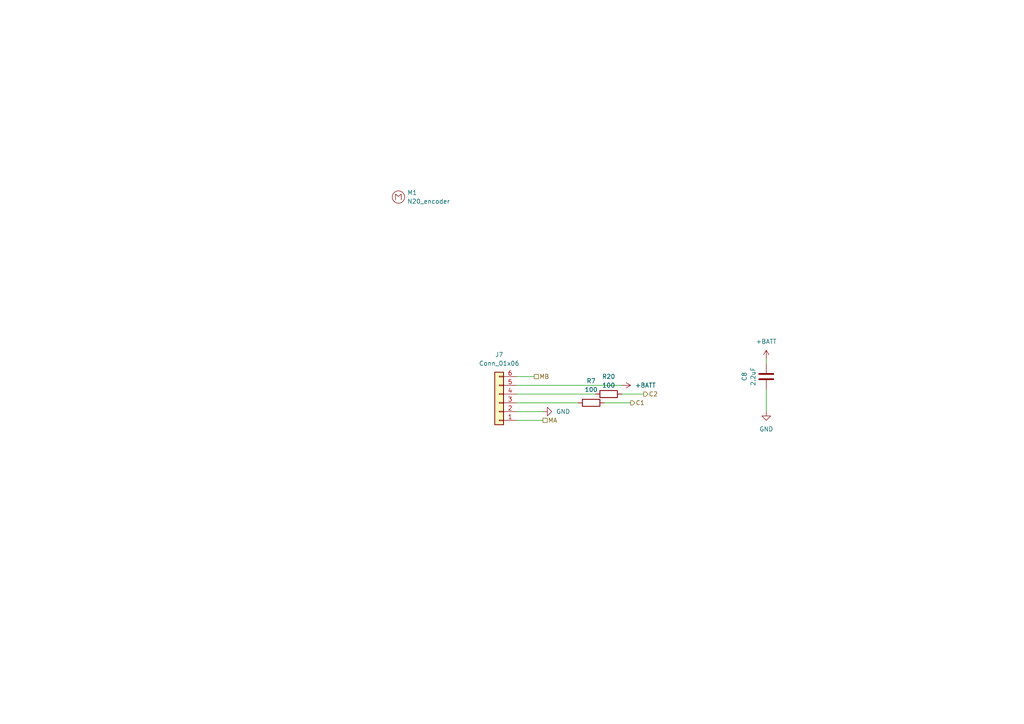
<source format=kicad_sch>
(kicad_sch (version 20230121) (generator eeschema)
  (paper "A4")
  (lib_symbols
    (symbol "Connector_Generic:Conn_01x06" (pin_names (offset 1.016) hide)
      (property "Reference" "J" (at 0 7.62 0))
      (property "Value" "Conn_01x06" (at 0 -10.16 0))
      (symbol "Conn_01x06_1_1"
        (rectangle (start -1.27 -7.493) (end 0 -7.747) (stroke (width 0.1524)))
        (rectangle (start -1.27 -4.953) (end 0 -5.207) (stroke (width 0.1524)))
        (rectangle (start -1.27 -2.413) (end 0 -2.667) (stroke (width 0.1524)))
        (rectangle (start -1.27 0.127) (end 0 -0.127) (stroke (width 0.1524)))
        (rectangle (start -1.27 2.667) (end 0 2.413) (stroke (width 0.1524)))
        (rectangle (start -1.27 5.207) (end 0 4.953) (stroke (width 0.1524)))
        (rectangle (start -1.27 6.35) (end 1.27 -8.89) (stroke (width 0.254)) (fill (type background)))
        (pin passive line (at -5.08 5.08 0) (length 3.81) (name "Pin_1") (number "1"))
        (pin passive line (at -5.08 2.54 0) (length 3.81) (name "Pin_2") (number "2"))
        (pin passive line (at -5.08 0 0) (length 3.81) (name "Pin_3") (number "3"))
        (pin passive line (at -5.08 -2.54 0) (length 3.81) (name "Pin_4") (number "4"))
        (pin passive line (at -5.08 -5.08 0) (length 3.81) (name "Pin_5") (number "5"))
        (pin passive line (at -5.08 -7.62 0) (length 3.81) (name "Pin_6") (number "6"))
      )
    )
    (symbol "Device:C" (pin_numbers hide) (pin_names (offset 0.254))
      (property "Reference" "C" (at 0.635 2.54 0))
      (property "Value" "C" (at 0.635 -2.54 0))
      (symbol "C_0_1"
        (polyline (pts (xy -2.032 -0.762) (xy 2.032 -0.762)) (stroke (width 0.508)))
        (polyline (pts (xy -2.032 0.762) (xy 2.032 0.762)) (stroke (width 0.508)))
      )
      (symbol "C_1_1"
        (pin passive line (at 0 3.81 270) (length 2.794) (name "~") (number "1"))
        (pin passive line (at 0 -3.81 90) (length 2.794) (name "~") (number "2"))
      )
    )
    (symbol "Device:R" (pin_numbers hide) (pin_names (offset 0))
      (property "Reference" "R" (at 2.032 0 90))
      (property "Value" "R" (at 0 0 90))
      (symbol "R_0_1"
        (rectangle (start -1.016 -2.54) (end 1.016 2.54) (stroke (width 0.254)))
      )
      (symbol "R_1_1"
        (pin passive line (at 0 3.81 270) (length 1.27) (name "~") (number "1"))
        (pin passive line (at 0 -3.81 90) (length 1.27) (name "~") (number "2"))
      )
    )
    (symbol "minimouse:N20_w_encoder"
      (property "Reference" "M" (at -8.89 1.27 0))
      (property "Value" "N20_encoder" (at 0 -2.54 0))
      (symbol "N20_w_encoder_0_1"
        (polyline (pts (xy -0.8636 -0.8128) (xy -0.8636 0.8636) (xy 0 0.1524) (xy 0.8128 0.8636) (xy 0.8128 -0.8128)))
        (circle (center 0 0) (radius 1.7961))
      )
    )
    (symbol "power:+BATT" (power) (pin_names (offset 0))
      (property "Value" "+BATT" (at 0 3.556 0))
      (symbol "+BATT_0_1"
        (polyline (pts (xy -0.762 1.27) (xy 0 2.54)))
        (polyline (pts (xy 0 0) (xy 0 2.54)))
        (polyline (pts (xy 0 2.54) (xy 0.762 1.27)))
      )
      (symbol "+BATT_1_1"
        (pin power_in line (at 0 0 90) (length 0) hide (name "+BATT") (number "1"))
      )
    )
    (symbol "power:GND" (power) (pin_names (offset 0))
      (property "Value" "GND" (at 0 -3.81 0))
      (symbol "GND_0_1"
        (polyline (pts (xy 0 0) (xy 0 -1.27) (xy 1.27 -1.27) (xy 0 -2.54) (xy -1.27 -1.27) (xy 0 -1.27)))
      )
      (symbol "GND_1_1"
        (pin power_in line (at 0 0 270) (length 0) hide (name "GND") (number "1"))
      )
    )
  )
  (wire (pts (xy 149.86 116.84) (xy 167.64 116.84)))
  (wire (pts (xy 149.86 121.92) (xy 157.48 121.92)))
  (wire (pts (xy 222.25 113.03) (xy 222.25 119.38)))
  (wire (pts (xy 149.86 114.3) (xy 172.72 114.3)))
  (wire (pts (xy 175.26 116.84) (xy 182.88 116.84)))
  (wire (pts (xy 222.25 104.14) (xy 222.25 105.41)))
  (wire (pts (xy 180.34 111.76) (xy 149.86 111.76)))
  (wire (pts (xy 180.34 114.3) (xy 186.69 114.3)))
  (wire (pts (xy 149.86 109.22) (xy 154.94 109.22)))
  (wire (pts (xy 149.86 119.38) (xy 157.48 119.38)))
  (hierarchical_label "C1" (shape output) (at 182.88 116.84 0))
  (hierarchical_label "C2" (shape output) (at 186.69 114.3 0))
  (hierarchical_label "MB" (shape passive) (at 154.94 109.22 0))
  (hierarchical_label "MA" (shape passive) (at 157.48 121.92 0))
  (symbol (lib_id "Device:R") (at 171.45 116.84 90) (unit 1)
    (property "Reference" "R7" (at 171.45 110.49 90))
    (property "Value" "100" (at 171.45 113.03 90))
    (property "Footprint" "Resistor_SMD:R_0603_1608Metric" (effects hide))
    (instances (project "minimouse" (path "" (reference "R7") (unit 1)) (path "" (reference "R19") (unit 1))))
  )
  (symbol (lib_id "power:+BATT") (at 180.34 111.76 270) (unit 1)
    (property "Reference" "#PWR025" (effects hide))
    (property "Value" "+BATT" (at 184.15 111.76 90) (effects (justify left)))
    (instances (project "minimouse" (path "" (reference "#PWR025") (unit 1)) (path "" (reference "#PWR026") (unit 1))))
  )
  (symbol (lib_id "minimouse:N20_w_encoder") (at 115.57 57.15 0) (unit 1)
    (property "Reference" "M1" (at 118.11 55.88 0) (effects (justify left)))
    (property "Value" "N20_encoder" (at 118.11 58.42 0) (effects (justify left)))
    (property "Footprint" "minimouse:N20_with_encoder" (effects hide))
    (instances (project "minimouse" (path "" (reference "M1") (unit 1)) (path "" (reference "M2") (unit 1))))
  )
  (symbol (lib_id "Device:R") (at 176.53 114.3 90) (unit 1)
    (property "Reference" "R20" (at 176.53 109.22 90))
    (property "Value" "100" (at 176.53 111.76 90))
    (property "Footprint" "Resistor_SMD:R_0603_1608Metric" (effects hide))
    (instances (project "minimouse" (path "" (reference "R20") (unit 1)) (path "" (reference "R21") (unit 1))))
  )
  (symbol (lib_id "Connector_Generic:Conn_01x06") (at 144.78 116.84 180) (unit 1)
    (property "Reference" "J7" (at 144.78 102.87 0))
    (property "Value" "Conn_01x06" (at 144.78 105.41 0))
    (property "Footprint" "Connector_PinHeader_2.54mm:PinHeader_1x06_P2.54mm_Vertical" (effects hide))
    (instances (project "minimouse" (path "" (reference "J7") (unit 1)) (path "" (reference "J6") (unit 1))))
  )
  (symbol (lib_id "power:+BATT") (at 222.25 104.14 0) (unit 1)
    (property "Reference" "#PWR021" (effects hide))
    (property "Value" "+BATT" (at 222.25 99.06 0))
    (instances (project "minimouse" (path "" (reference "#PWR021") (unit 1)) (path "" (reference "#PWR032") (unit 1))))
  )
  (symbol (lib_id "Device:C") (at 222.25 109.22 180) (unit 1)
    (property "Reference" "C8" (at 215.9 109.22 90))
    (property "Value" "2.2uF" (at 218.44 109.22 90))
    (property "Footprint" "Capacitor_SMD:C_0603_1608Metric" (effects hide))
    (instances (project "minimouse" (path "" (reference "C8") (unit 1)) (path "" (reference "C11") (unit 1))))
  )
  (symbol (lib_id "power:GND") (at 157.48 119.38 90) (unit 1)
    (property "Reference" "#PWR027" (effects hide))
    (property "Value" "GND" (at 161.29 119.38 90) (effects (justify right)))
    (instances (project "minimouse" (path "" (reference "#PWR027") (unit 1)) (path "" (reference "#PWR028") (unit 1))))
  )
  (symbol (lib_id "power:GND") (at 222.25 119.38 0) (unit 1)
    (property "Reference" "#PWR012" (effects hide))
    (property "Value" "GND" (at 222.25 124.46 0))
    (instances (project "minimouse" (path "" (reference "#PWR012") (unit 1)) (path "" (reference "#PWR017") (unit 1))))
  )
)
</source>
